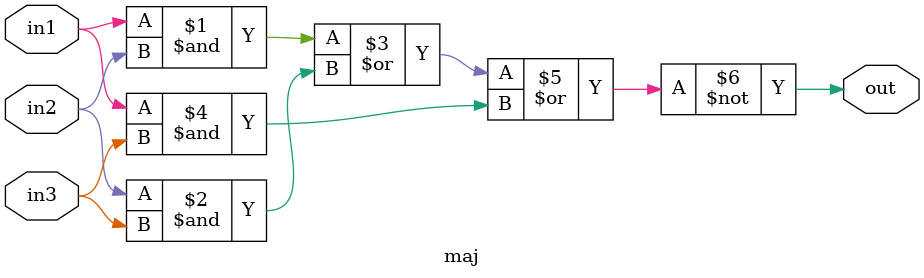
<source format=v>
module maj( out, in1, in2, in3 );

  output out;

  input in1, in2, in3;

  assign out = ~( in1 & in2 | in2 & in3 | in1 & in3 );

endmodule

</source>
